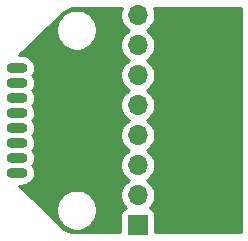
<source format=gbr>
%TF.GenerationSoftware,KiCad,Pcbnew,(5.1.9-0-10_14)*%
%TF.CreationDate,2021-03-17T23:59:50+01:00*%
%TF.ProjectId,PogoDebug,506f676f-4465-4627-9567-2e6b69636164,rev?*%
%TF.SameCoordinates,Original*%
%TF.FileFunction,Copper,L2,Bot*%
%TF.FilePolarity,Positive*%
%FSLAX46Y46*%
G04 Gerber Fmt 4.6, Leading zero omitted, Abs format (unit mm)*
G04 Created by KiCad (PCBNEW (5.1.9-0-10_14)) date 2021-03-17 23:59:50*
%MOMM*%
%LPD*%
G01*
G04 APERTURE LIST*
%TA.AperFunction,ComponentPad*%
%ADD10O,1.700000X1.700000*%
%TD*%
%TA.AperFunction,ComponentPad*%
%ADD11R,1.700000X1.700000*%
%TD*%
%TA.AperFunction,ComponentPad*%
%ADD12O,1.800000X0.900000*%
%TD*%
%TA.AperFunction,NonConductor*%
%ADD13C,0.254000*%
%TD*%
%TA.AperFunction,NonConductor*%
%ADD14C,0.100000*%
%TD*%
G04 APERTURE END LIST*
D10*
%TO.P,J10,8*%
%TO.N,Net-(J10-Pad8)*%
X153135000Y-93345000D03*
%TO.P,J10,7*%
%TO.N,Net-(J10-Pad7)*%
X153135000Y-95885000D03*
%TO.P,J10,6*%
%TO.N,Net-(J10-Pad6)*%
X153135000Y-98425000D03*
%TO.P,J10,5*%
%TO.N,Net-(J10-Pad5)*%
X153135000Y-100965000D03*
%TO.P,J10,4*%
%TO.N,Net-(J10-Pad4)*%
X153135000Y-103505000D03*
%TO.P,J10,3*%
%TO.N,Net-(J10-Pad3)*%
X153135000Y-106045000D03*
%TO.P,J10,2*%
%TO.N,Net-(J10-Pad2)*%
X153135000Y-108585000D03*
D11*
%TO.P,J10,1*%
%TO.N,Net-(J1-Pad1)*%
X153135000Y-111125000D03*
%TD*%
D12*
%TO.P,J7,1*%
%TO.N,Net-(J10-Pad7)*%
X142875000Y-99060000D03*
%TD*%
%TO.P,J1,1*%
%TO.N,Net-(J1-Pad1)*%
X142875000Y-106680000D03*
%TD*%
%TO.P,J2,1*%
%TO.N,Net-(J10-Pad2)*%
X142875000Y-105410000D03*
%TD*%
%TO.P,J3,1*%
%TO.N,Net-(J10-Pad3)*%
X142875000Y-104140000D03*
%TD*%
%TO.P,J4,1*%
%TO.N,Net-(J10-Pad4)*%
X142875000Y-102870000D03*
%TD*%
%TO.P,J5,1*%
%TO.N,Net-(J10-Pad5)*%
X142875000Y-101600000D03*
%TD*%
%TO.P,J6,1*%
%TO.N,Net-(J10-Pad6)*%
X142875000Y-100330000D03*
%TD*%
%TO.P,J8,1*%
%TO.N,Net-(J10-Pad8)*%
X142875000Y-97790000D03*
%TD*%
D13*
X161900001Y-111735000D02*
X154623072Y-111735000D01*
X154623072Y-110275000D01*
X154610812Y-110150518D01*
X154574502Y-110030820D01*
X154515537Y-109920506D01*
X154436185Y-109823815D01*
X154339494Y-109744463D01*
X154229180Y-109685498D01*
X154156620Y-109663487D01*
X154288475Y-109531632D01*
X154450990Y-109288411D01*
X154562932Y-109018158D01*
X154620000Y-108731260D01*
X154620000Y-108438740D01*
X154562932Y-108151842D01*
X154450990Y-107881589D01*
X154288475Y-107638368D01*
X154081632Y-107431525D01*
X153907240Y-107315000D01*
X154081632Y-107198475D01*
X154288475Y-106991632D01*
X154450990Y-106748411D01*
X154562932Y-106478158D01*
X154620000Y-106191260D01*
X154620000Y-105898740D01*
X154562932Y-105611842D01*
X154450990Y-105341589D01*
X154288475Y-105098368D01*
X154081632Y-104891525D01*
X153907240Y-104775000D01*
X154081632Y-104658475D01*
X154288475Y-104451632D01*
X154450990Y-104208411D01*
X154562932Y-103938158D01*
X154620000Y-103651260D01*
X154620000Y-103358740D01*
X154562932Y-103071842D01*
X154450990Y-102801589D01*
X154288475Y-102558368D01*
X154081632Y-102351525D01*
X153907240Y-102235000D01*
X154081632Y-102118475D01*
X154288475Y-101911632D01*
X154450990Y-101668411D01*
X154562932Y-101398158D01*
X154620000Y-101111260D01*
X154620000Y-100818740D01*
X154562932Y-100531842D01*
X154450990Y-100261589D01*
X154288475Y-100018368D01*
X154081632Y-99811525D01*
X153907240Y-99695000D01*
X154081632Y-99578475D01*
X154288475Y-99371632D01*
X154450990Y-99128411D01*
X154562932Y-98858158D01*
X154620000Y-98571260D01*
X154620000Y-98278740D01*
X154562932Y-97991842D01*
X154450990Y-97721589D01*
X154288475Y-97478368D01*
X154081632Y-97271525D01*
X153907240Y-97155000D01*
X154081632Y-97038475D01*
X154288475Y-96831632D01*
X154450990Y-96588411D01*
X154562932Y-96318158D01*
X154620000Y-96031260D01*
X154620000Y-95738740D01*
X154562932Y-95451842D01*
X154450990Y-95181589D01*
X154288475Y-94938368D01*
X154081632Y-94731525D01*
X153907240Y-94615000D01*
X154081632Y-94498475D01*
X154288475Y-94291632D01*
X154450990Y-94048411D01*
X154562932Y-93778158D01*
X154620000Y-93491260D01*
X154620000Y-93198740D01*
X154562932Y-92911842D01*
X154489682Y-92735000D01*
X161900000Y-92735000D01*
X161900001Y-111735000D01*
%TA.AperFunction,NonConductor*%
D14*
G36*
X161900001Y-111735000D02*
G01*
X154623072Y-111735000D01*
X154623072Y-110275000D01*
X154610812Y-110150518D01*
X154574502Y-110030820D01*
X154515537Y-109920506D01*
X154436185Y-109823815D01*
X154339494Y-109744463D01*
X154229180Y-109685498D01*
X154156620Y-109663487D01*
X154288475Y-109531632D01*
X154450990Y-109288411D01*
X154562932Y-109018158D01*
X154620000Y-108731260D01*
X154620000Y-108438740D01*
X154562932Y-108151842D01*
X154450990Y-107881589D01*
X154288475Y-107638368D01*
X154081632Y-107431525D01*
X153907240Y-107315000D01*
X154081632Y-107198475D01*
X154288475Y-106991632D01*
X154450990Y-106748411D01*
X154562932Y-106478158D01*
X154620000Y-106191260D01*
X154620000Y-105898740D01*
X154562932Y-105611842D01*
X154450990Y-105341589D01*
X154288475Y-105098368D01*
X154081632Y-104891525D01*
X153907240Y-104775000D01*
X154081632Y-104658475D01*
X154288475Y-104451632D01*
X154450990Y-104208411D01*
X154562932Y-103938158D01*
X154620000Y-103651260D01*
X154620000Y-103358740D01*
X154562932Y-103071842D01*
X154450990Y-102801589D01*
X154288475Y-102558368D01*
X154081632Y-102351525D01*
X153907240Y-102235000D01*
X154081632Y-102118475D01*
X154288475Y-101911632D01*
X154450990Y-101668411D01*
X154562932Y-101398158D01*
X154620000Y-101111260D01*
X154620000Y-100818740D01*
X154562932Y-100531842D01*
X154450990Y-100261589D01*
X154288475Y-100018368D01*
X154081632Y-99811525D01*
X153907240Y-99695000D01*
X154081632Y-99578475D01*
X154288475Y-99371632D01*
X154450990Y-99128411D01*
X154562932Y-98858158D01*
X154620000Y-98571260D01*
X154620000Y-98278740D01*
X154562932Y-97991842D01*
X154450990Y-97721589D01*
X154288475Y-97478368D01*
X154081632Y-97271525D01*
X153907240Y-97155000D01*
X154081632Y-97038475D01*
X154288475Y-96831632D01*
X154450990Y-96588411D01*
X154562932Y-96318158D01*
X154620000Y-96031260D01*
X154620000Y-95738740D01*
X154562932Y-95451842D01*
X154450990Y-95181589D01*
X154288475Y-94938368D01*
X154081632Y-94731525D01*
X153907240Y-94615000D01*
X154081632Y-94498475D01*
X154288475Y-94291632D01*
X154450990Y-94048411D01*
X154562932Y-93778158D01*
X154620000Y-93491260D01*
X154620000Y-93198740D01*
X154562932Y-92911842D01*
X154489682Y-92735000D01*
X161900000Y-92735000D01*
X161900001Y-111735000D01*
G37*
%TD.AperFunction*%
D13*
X151707068Y-92911842D02*
X151650000Y-93198740D01*
X151650000Y-93491260D01*
X151707068Y-93778158D01*
X151819010Y-94048411D01*
X151981525Y-94291632D01*
X152188368Y-94498475D01*
X152362760Y-94615000D01*
X152188368Y-94731525D01*
X151981525Y-94938368D01*
X151819010Y-95181589D01*
X151707068Y-95451842D01*
X151650000Y-95738740D01*
X151650000Y-96031260D01*
X151707068Y-96318158D01*
X151819010Y-96588411D01*
X151981525Y-96831632D01*
X152188368Y-97038475D01*
X152362760Y-97155000D01*
X152188368Y-97271525D01*
X151981525Y-97478368D01*
X151819010Y-97721589D01*
X151707068Y-97991842D01*
X151650000Y-98278740D01*
X151650000Y-98571260D01*
X151707068Y-98858158D01*
X151819010Y-99128411D01*
X151981525Y-99371632D01*
X152188368Y-99578475D01*
X152362760Y-99695000D01*
X152188368Y-99811525D01*
X151981525Y-100018368D01*
X151819010Y-100261589D01*
X151707068Y-100531842D01*
X151650000Y-100818740D01*
X151650000Y-101111260D01*
X151707068Y-101398158D01*
X151819010Y-101668411D01*
X151981525Y-101911632D01*
X152188368Y-102118475D01*
X152362760Y-102235000D01*
X152188368Y-102351525D01*
X151981525Y-102558368D01*
X151819010Y-102801589D01*
X151707068Y-103071842D01*
X151650000Y-103358740D01*
X151650000Y-103651260D01*
X151707068Y-103938158D01*
X151819010Y-104208411D01*
X151981525Y-104451632D01*
X152188368Y-104658475D01*
X152362760Y-104775000D01*
X152188368Y-104891525D01*
X151981525Y-105098368D01*
X151819010Y-105341589D01*
X151707068Y-105611842D01*
X151650000Y-105898740D01*
X151650000Y-106191260D01*
X151707068Y-106478158D01*
X151819010Y-106748411D01*
X151981525Y-106991632D01*
X152188368Y-107198475D01*
X152362760Y-107315000D01*
X152188368Y-107431525D01*
X151981525Y-107638368D01*
X151819010Y-107881589D01*
X151707068Y-108151842D01*
X151650000Y-108438740D01*
X151650000Y-108731260D01*
X151707068Y-109018158D01*
X151819010Y-109288411D01*
X151981525Y-109531632D01*
X152113380Y-109663487D01*
X152040820Y-109685498D01*
X151930506Y-109744463D01*
X151833815Y-109823815D01*
X151754463Y-109920506D01*
X151695498Y-110030820D01*
X151659188Y-110150518D01*
X151646928Y-110275000D01*
X151646928Y-111735000D01*
X147987279Y-111735000D01*
X147590455Y-111696091D01*
X147239794Y-111590220D01*
X146916377Y-111418257D01*
X146605801Y-111164959D01*
X145085348Y-109684117D01*
X146220000Y-109684117D01*
X146220000Y-110025883D01*
X146286675Y-110361081D01*
X146417463Y-110676831D01*
X146607337Y-110960998D01*
X146849002Y-111202663D01*
X147133169Y-111392537D01*
X147448919Y-111523325D01*
X147784117Y-111590000D01*
X148125883Y-111590000D01*
X148461081Y-111523325D01*
X148776831Y-111392537D01*
X149060998Y-111202663D01*
X149302663Y-110960998D01*
X149492537Y-110676831D01*
X149623325Y-110361081D01*
X149690000Y-110025883D01*
X149690000Y-109684117D01*
X149623325Y-109348919D01*
X149492537Y-109033169D01*
X149302663Y-108749002D01*
X149060998Y-108507337D01*
X148776831Y-108317463D01*
X148461081Y-108186675D01*
X148125883Y-108120000D01*
X147784117Y-108120000D01*
X147448919Y-108186675D01*
X147133169Y-108317463D01*
X146849002Y-108507337D01*
X146607337Y-108749002D01*
X146417463Y-109033169D01*
X146286675Y-109348919D01*
X146220000Y-109684117D01*
X145085348Y-109684117D01*
X143114895Y-107765000D01*
X143378294Y-107765000D01*
X143537697Y-107749300D01*
X143742220Y-107687259D01*
X143930710Y-107586509D01*
X144095922Y-107450922D01*
X144231509Y-107285710D01*
X144332259Y-107097220D01*
X144394300Y-106892697D01*
X144415249Y-106680000D01*
X144394300Y-106467303D01*
X144332259Y-106262780D01*
X144231509Y-106074290D01*
X144207471Y-106045000D01*
X144231509Y-106015710D01*
X144332259Y-105827220D01*
X144394300Y-105622697D01*
X144415249Y-105410000D01*
X144394300Y-105197303D01*
X144332259Y-104992780D01*
X144231509Y-104804290D01*
X144207471Y-104775000D01*
X144231509Y-104745710D01*
X144332259Y-104557220D01*
X144394300Y-104352697D01*
X144415249Y-104140000D01*
X144394300Y-103927303D01*
X144332259Y-103722780D01*
X144231509Y-103534290D01*
X144207471Y-103505000D01*
X144231509Y-103475710D01*
X144332259Y-103287220D01*
X144394300Y-103082697D01*
X144415249Y-102870000D01*
X144394300Y-102657303D01*
X144332259Y-102452780D01*
X144231509Y-102264290D01*
X144207471Y-102235000D01*
X144231509Y-102205710D01*
X144332259Y-102017220D01*
X144394300Y-101812697D01*
X144415249Y-101600000D01*
X144394300Y-101387303D01*
X144332259Y-101182780D01*
X144231509Y-100994290D01*
X144207471Y-100965000D01*
X144231509Y-100935710D01*
X144332259Y-100747220D01*
X144394300Y-100542697D01*
X144415249Y-100330000D01*
X144394300Y-100117303D01*
X144332259Y-99912780D01*
X144231509Y-99724290D01*
X144207471Y-99695000D01*
X144231509Y-99665710D01*
X144332259Y-99477220D01*
X144394300Y-99272697D01*
X144415249Y-99060000D01*
X144394300Y-98847303D01*
X144332259Y-98642780D01*
X144231509Y-98454290D01*
X144207471Y-98425000D01*
X144231509Y-98395710D01*
X144332259Y-98207220D01*
X144394300Y-98002697D01*
X144415249Y-97790000D01*
X144394300Y-97577303D01*
X144332259Y-97372780D01*
X144231509Y-97184290D01*
X144095922Y-97019078D01*
X143930710Y-96883491D01*
X143742220Y-96782741D01*
X143537697Y-96720700D01*
X143378294Y-96705000D01*
X143114895Y-96705000D01*
X145436255Y-94444117D01*
X146220000Y-94444117D01*
X146220000Y-94785883D01*
X146286675Y-95121081D01*
X146417463Y-95436831D01*
X146607337Y-95720998D01*
X146849002Y-95962663D01*
X147133169Y-96152537D01*
X147448919Y-96283325D01*
X147784117Y-96350000D01*
X148125883Y-96350000D01*
X148461081Y-96283325D01*
X148776831Y-96152537D01*
X149060998Y-95962663D01*
X149302663Y-95720998D01*
X149492537Y-95436831D01*
X149623325Y-95121081D01*
X149690000Y-94785883D01*
X149690000Y-94444117D01*
X149623325Y-94108919D01*
X149492537Y-93793169D01*
X149302663Y-93509002D01*
X149060998Y-93267337D01*
X148776831Y-93077463D01*
X148461081Y-92946675D01*
X148125883Y-92880000D01*
X147784117Y-92880000D01*
X147448919Y-92946675D01*
X147133169Y-93077463D01*
X146849002Y-93267337D01*
X146607337Y-93509002D01*
X146417463Y-93793169D01*
X146286675Y-94108919D01*
X146220000Y-94444117D01*
X145436255Y-94444117D01*
X146599446Y-93311231D01*
X146910924Y-93055380D01*
X147233743Y-92882286D01*
X147584032Y-92775193D01*
X147979724Y-92735000D01*
X151780318Y-92735000D01*
X151707068Y-92911842D01*
%TA.AperFunction,NonConductor*%
D14*
G36*
X151707068Y-92911842D02*
G01*
X151650000Y-93198740D01*
X151650000Y-93491260D01*
X151707068Y-93778158D01*
X151819010Y-94048411D01*
X151981525Y-94291632D01*
X152188368Y-94498475D01*
X152362760Y-94615000D01*
X152188368Y-94731525D01*
X151981525Y-94938368D01*
X151819010Y-95181589D01*
X151707068Y-95451842D01*
X151650000Y-95738740D01*
X151650000Y-96031260D01*
X151707068Y-96318158D01*
X151819010Y-96588411D01*
X151981525Y-96831632D01*
X152188368Y-97038475D01*
X152362760Y-97155000D01*
X152188368Y-97271525D01*
X151981525Y-97478368D01*
X151819010Y-97721589D01*
X151707068Y-97991842D01*
X151650000Y-98278740D01*
X151650000Y-98571260D01*
X151707068Y-98858158D01*
X151819010Y-99128411D01*
X151981525Y-99371632D01*
X152188368Y-99578475D01*
X152362760Y-99695000D01*
X152188368Y-99811525D01*
X151981525Y-100018368D01*
X151819010Y-100261589D01*
X151707068Y-100531842D01*
X151650000Y-100818740D01*
X151650000Y-101111260D01*
X151707068Y-101398158D01*
X151819010Y-101668411D01*
X151981525Y-101911632D01*
X152188368Y-102118475D01*
X152362760Y-102235000D01*
X152188368Y-102351525D01*
X151981525Y-102558368D01*
X151819010Y-102801589D01*
X151707068Y-103071842D01*
X151650000Y-103358740D01*
X151650000Y-103651260D01*
X151707068Y-103938158D01*
X151819010Y-104208411D01*
X151981525Y-104451632D01*
X152188368Y-104658475D01*
X152362760Y-104775000D01*
X152188368Y-104891525D01*
X151981525Y-105098368D01*
X151819010Y-105341589D01*
X151707068Y-105611842D01*
X151650000Y-105898740D01*
X151650000Y-106191260D01*
X151707068Y-106478158D01*
X151819010Y-106748411D01*
X151981525Y-106991632D01*
X152188368Y-107198475D01*
X152362760Y-107315000D01*
X152188368Y-107431525D01*
X151981525Y-107638368D01*
X151819010Y-107881589D01*
X151707068Y-108151842D01*
X151650000Y-108438740D01*
X151650000Y-108731260D01*
X151707068Y-109018158D01*
X151819010Y-109288411D01*
X151981525Y-109531632D01*
X152113380Y-109663487D01*
X152040820Y-109685498D01*
X151930506Y-109744463D01*
X151833815Y-109823815D01*
X151754463Y-109920506D01*
X151695498Y-110030820D01*
X151659188Y-110150518D01*
X151646928Y-110275000D01*
X151646928Y-111735000D01*
X147987279Y-111735000D01*
X147590455Y-111696091D01*
X147239794Y-111590220D01*
X146916377Y-111418257D01*
X146605801Y-111164959D01*
X145085348Y-109684117D01*
X146220000Y-109684117D01*
X146220000Y-110025883D01*
X146286675Y-110361081D01*
X146417463Y-110676831D01*
X146607337Y-110960998D01*
X146849002Y-111202663D01*
X147133169Y-111392537D01*
X147448919Y-111523325D01*
X147784117Y-111590000D01*
X148125883Y-111590000D01*
X148461081Y-111523325D01*
X148776831Y-111392537D01*
X149060998Y-111202663D01*
X149302663Y-110960998D01*
X149492537Y-110676831D01*
X149623325Y-110361081D01*
X149690000Y-110025883D01*
X149690000Y-109684117D01*
X149623325Y-109348919D01*
X149492537Y-109033169D01*
X149302663Y-108749002D01*
X149060998Y-108507337D01*
X148776831Y-108317463D01*
X148461081Y-108186675D01*
X148125883Y-108120000D01*
X147784117Y-108120000D01*
X147448919Y-108186675D01*
X147133169Y-108317463D01*
X146849002Y-108507337D01*
X146607337Y-108749002D01*
X146417463Y-109033169D01*
X146286675Y-109348919D01*
X146220000Y-109684117D01*
X145085348Y-109684117D01*
X143114895Y-107765000D01*
X143378294Y-107765000D01*
X143537697Y-107749300D01*
X143742220Y-107687259D01*
X143930710Y-107586509D01*
X144095922Y-107450922D01*
X144231509Y-107285710D01*
X144332259Y-107097220D01*
X144394300Y-106892697D01*
X144415249Y-106680000D01*
X144394300Y-106467303D01*
X144332259Y-106262780D01*
X144231509Y-106074290D01*
X144207471Y-106045000D01*
X144231509Y-106015710D01*
X144332259Y-105827220D01*
X144394300Y-105622697D01*
X144415249Y-105410000D01*
X144394300Y-105197303D01*
X144332259Y-104992780D01*
X144231509Y-104804290D01*
X144207471Y-104775000D01*
X144231509Y-104745710D01*
X144332259Y-104557220D01*
X144394300Y-104352697D01*
X144415249Y-104140000D01*
X144394300Y-103927303D01*
X144332259Y-103722780D01*
X144231509Y-103534290D01*
X144207471Y-103505000D01*
X144231509Y-103475710D01*
X144332259Y-103287220D01*
X144394300Y-103082697D01*
X144415249Y-102870000D01*
X144394300Y-102657303D01*
X144332259Y-102452780D01*
X144231509Y-102264290D01*
X144207471Y-102235000D01*
X144231509Y-102205710D01*
X144332259Y-102017220D01*
X144394300Y-101812697D01*
X144415249Y-101600000D01*
X144394300Y-101387303D01*
X144332259Y-101182780D01*
X144231509Y-100994290D01*
X144207471Y-100965000D01*
X144231509Y-100935710D01*
X144332259Y-100747220D01*
X144394300Y-100542697D01*
X144415249Y-100330000D01*
X144394300Y-100117303D01*
X144332259Y-99912780D01*
X144231509Y-99724290D01*
X144207471Y-99695000D01*
X144231509Y-99665710D01*
X144332259Y-99477220D01*
X144394300Y-99272697D01*
X144415249Y-99060000D01*
X144394300Y-98847303D01*
X144332259Y-98642780D01*
X144231509Y-98454290D01*
X144207471Y-98425000D01*
X144231509Y-98395710D01*
X144332259Y-98207220D01*
X144394300Y-98002697D01*
X144415249Y-97790000D01*
X144394300Y-97577303D01*
X144332259Y-97372780D01*
X144231509Y-97184290D01*
X144095922Y-97019078D01*
X143930710Y-96883491D01*
X143742220Y-96782741D01*
X143537697Y-96720700D01*
X143378294Y-96705000D01*
X143114895Y-96705000D01*
X145436255Y-94444117D01*
X146220000Y-94444117D01*
X146220000Y-94785883D01*
X146286675Y-95121081D01*
X146417463Y-95436831D01*
X146607337Y-95720998D01*
X146849002Y-95962663D01*
X147133169Y-96152537D01*
X147448919Y-96283325D01*
X147784117Y-96350000D01*
X148125883Y-96350000D01*
X148461081Y-96283325D01*
X148776831Y-96152537D01*
X149060998Y-95962663D01*
X149302663Y-95720998D01*
X149492537Y-95436831D01*
X149623325Y-95121081D01*
X149690000Y-94785883D01*
X149690000Y-94444117D01*
X149623325Y-94108919D01*
X149492537Y-93793169D01*
X149302663Y-93509002D01*
X149060998Y-93267337D01*
X148776831Y-93077463D01*
X148461081Y-92946675D01*
X148125883Y-92880000D01*
X147784117Y-92880000D01*
X147448919Y-92946675D01*
X147133169Y-93077463D01*
X146849002Y-93267337D01*
X146607337Y-93509002D01*
X146417463Y-93793169D01*
X146286675Y-94108919D01*
X146220000Y-94444117D01*
X145436255Y-94444117D01*
X146599446Y-93311231D01*
X146910924Y-93055380D01*
X147233743Y-92882286D01*
X147584032Y-92775193D01*
X147979724Y-92735000D01*
X151780318Y-92735000D01*
X151707068Y-92911842D01*
G37*
%TD.AperFunction*%
M02*

</source>
